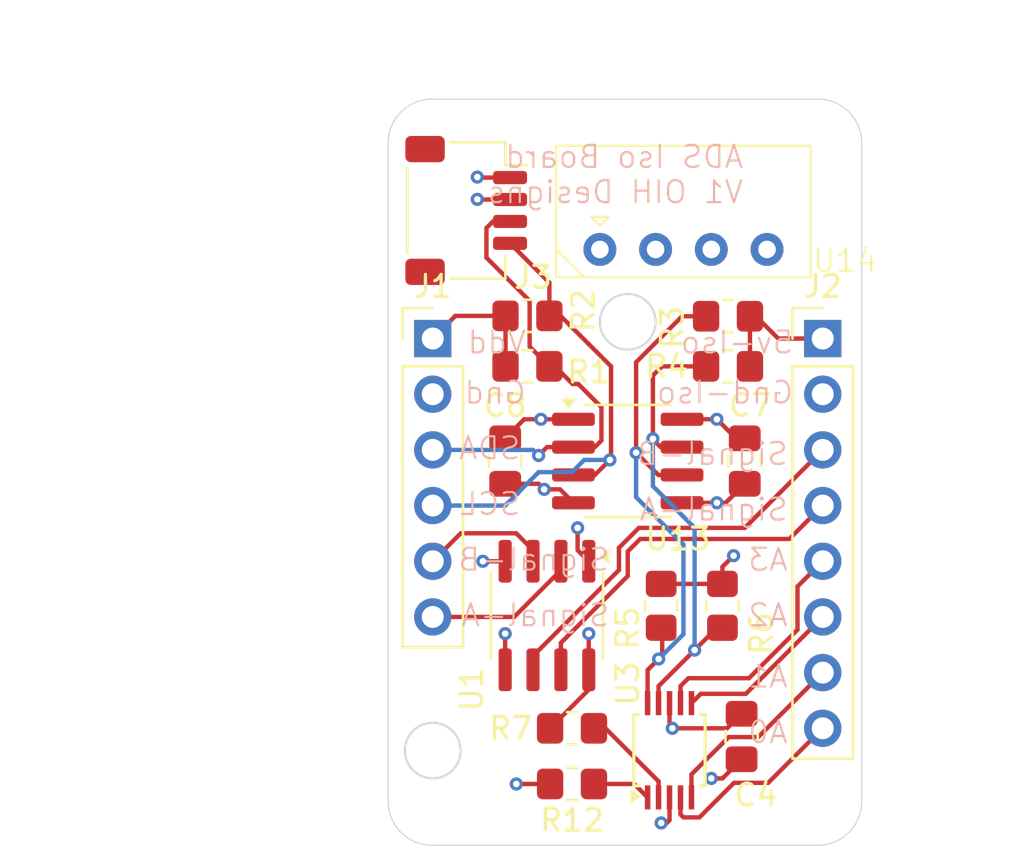
<source format=kicad_pcb>
(kicad_pcb (version 20241229) (generator "pcbnew") (generator_version "9.0")
  (layers (0 "F.Cu" signal) (4 "In1.Cu" signal) (6 "In2.Cu" signal) (2 "B.Cu" signal) (13 "F.Paste" user) (15 "B.Paste" user) (5 "F.SilkS" user "F.Silkscreen") (7 "B.SilkS" user "B.Silkscreen") (1 "F.Mask" user) (3 "B.Mask" user) (25 "Edge.Cuts" user))
  (net 0 "")
  (net 1 "Gnd-iso")
  (net 2 "5V-iso")
  (net 3 "GND")
  (net 4 "VDD")
  (net 5 "ADS_ADDR")
  (net 6 "SCL-5V")
  (net 7 "ADS_ALERT")
  (net 8 "SDA-5V")
  (net 9 "SDA")
  (net 10 "SCL")
  (net 11 "/AIN3")
  (net 12 "/AIN0")
  (net 13 "/AIN2")
  (net 14 "/AIN1")
  (net 15 "/Signal1-MCU")
  (net 16 "/Signal2-MCU")
  (net 17 "/Signal2-ISO")
  (net 18 "/Signal1-ISO")
  (footprint "Resistor_SMD:R_0805_2012Metric_Pad1.20x1.40mm_HandSolder" (layer "F.Cu") (at 133.35 69.85)
    (property "Reference" "R7" (at -2.794 0 0) (layer "F.SilkS"))
    (property "Value" "4.7K")
    (fp_line (start -0.227064 -0.735) (end 0.227064 -0.735) (stroke (width 0.12)) (layer "F.SilkS"))
    (fp_line (start -0.227064 0.735) (end 0.227064 0.735) (stroke (width 0.12)) (layer "F.SilkS"))
    (pad "1" smd roundrect (at -1 0) (size 1.2 1.4) (layers "F.Cu" "F.Mask" "F.Paste") (roundrect_rratio 0.208333) (net 2 "5V-iso"))
    (pad "2" smd roundrect (at 1 0) (size 1.2 1.4) (layers "F.Cu" "F.Mask" "F.Paste") (roundrect_rratio 0.208333) (net 7 "ADS_ALERT"))
  )
  (footprint "Resistor_SMD:R_0805_2012Metric_Pad1.20x1.40mm_HandSolder" (layer "F.Cu") (at 133.35 72.39 180)
    (property "Reference" "R12" (at 0 -1.65 0) (layer "F.SilkS"))
    (property "Value" "0")
    (fp_line (start -0.227064 0.735) (end 0.227064 0.735) (stroke (width 0.12)) (layer "F.SilkS"))
    (fp_line (start -0.227064 -0.735) (end 0.227064 -0.735) (stroke (width 0.12)) (layer "F.SilkS"))
    (pad "1" smd roundrect (at -1 0 180) (size 1.2 1.4) (layers "F.Cu" "F.Mask" "F.Paste") (roundrect_rratio 0.208333) (net 5 "ADS_ADDR"))
    (pad "2" smd roundrect (at 1 0 180) (size 1.2 1.4) (layers "F.Cu" "F.Mask" "F.Paste") (roundrect_rratio 0.208333) (net 1 "Gnd-iso"))
  )
  (footprint "Package_SO:TSSOP-10_3x3mm_P0.5mm" (layer "F.Cu") (at 137.795 70.852 90)
    (property "Reference" "U3" (at 3.034 -1.905 270) (layer "F.SilkS"))
    (property "Value" "ADS1115IDGS")
    (fp_line (start 1.625 -1.625) (end 1.625 -1.4) (stroke (width 0.15)) (layer "F.SilkS"))
    (fp_line (start -1.625 -1.625) (end 1.625 -1.625) (stroke (width 0.15)) (layer "F.SilkS"))
    (fp_line (start -1.625 -1.625) (end -1.625 -1.4) (stroke (width 0.15)) (layer "F.SilkS"))
    (fp_line (start 1.625 1.625) (end 1.625 1.4) (stroke (width 0.15)) (layer "F.SilkS"))
    (fp_line (start -1.625 1.625) (end -1.625 1.4) (stroke (width 0.15)) (layer "F.SilkS"))
    (fp_line (start -1.625 1.625) (end 1.625 1.625) (stroke (width 0.15)) (layer "F.SilkS"))
    (fp_poly (pts (xy -2.1 -1.4) (xy -2.34 -1.73) (xy -1.86 -1.73) (xy -2.1 -1.4)) (stroke (width 0.12)) (fill yes) (layer "F.SilkS"))
    (pad "1" smd rect (at -2.15 -1 90) (size 1.1 0.25) (layers "F.Cu" "F.Mask" "F.Paste") (net 5 "ADS_ADDR"))
    (pad "2" smd rect (at -2.15 -0.5 90) (size 1.1 0.25) (layers "F.Cu" "F.Mask" "F.Paste") (net 7 "ADS_ALERT"))
    (pad "3" smd rect (at -2.15 0 90) (size 1.1 0.25) (layers "F.Cu" "F.Mask" "F.Paste") (net 1 "Gnd-iso"))
    (pad "4" smd rect (at -2.15 0.5 90) (size 1.1 0.25) (layers "F.Cu" "F.Mask" "F.Paste") (net 12 "/AIN0"))
    (pad "5" smd rect (at -2.15 1 90) (size 1.1 0.25) (layers "F.Cu" "F.Mask" "F.Paste") (net 14 "/AIN1"))
    (pad "6" smd rect (at 2.15 1 90) (size 1.1 0.25) (layers "F.Cu" "F.Mask" "F.Paste") (net 13 "/AIN2"))
    (pad "7" smd rect (at 2.15 0.5 90) (size 1.1 0.25) (layers "F.Cu" "F.Mask" "F.Paste") (net 11 "/AIN3"))
    (pad "8" smd rect (at 2.15 0 90) (size 1.1 0.25) (layers "F.Cu" "F.Mask" "F.Paste") (net 2 "5V-iso"))
    (pad "9" smd rect (at 2.15 -0.5 90) (size 1.1 0.25) (layers "F.Cu" "F.Mask" "F.Paste") (net 8 "SDA-5V"))
    (pad "10" smd rect (at 2.15 -1 90) (size 1.1 0.25) (layers "F.Cu" "F.Mask" "F.Paste") (net 6 "SCL-5V"))
  )
  (footprint "Library:XP SCT01F03S05" (layer "F.Cu") (at 139.73 46.896)
    (property "Reference" "U14" (at 6.066 1.618 0) (layer "F.SilkS") (effects (font (thickness 0.1))))
    (property "Value" "RFM-0505S")
    (fp_line (start -7.1 1.11) (end -5.83 2.38) (stroke (width 0.1)) (layer "F.SilkS"))
    (fp_line (start -5.519053 -0.377577) (end -4.757053 -0.377577) (stroke (width 0.1)) (layer "F.SilkS"))
    (fp_line (start -5.112653 0.028823) (end -5.519053 -0.377577) (stroke (width 0.1)) (layer "F.SilkS"))
    (fp_line (start -5.112653 0.028823) (end -4.706253 -0.377577) (stroke (width 0.1)) (layer "F.SilkS"))
    (fp_line (start -4.757053 -0.377577) (end -4.706253 -0.377577) (stroke (width 0.1)) (layer "F.SilkS"))
    (fp_rect (start -7.1 -3.62) (end 4.5 2.38) (stroke (width 0.1)) (fill no) (layer "F.SilkS"))
    (pad "1" thru_hole circle (at -5.11 1.11) (size 1.5 1.5) (drill 0.8) (layers "*.Cu" "*.Mask") (net 3 "GND"))
    (pad "2" thru_hole circle (at -2.57 1.11) (size 1.5 1.5) (drill 0.8) (layers "*.Cu" "*.Mask") (net 4 "VDD"))
    (pad "3" thru_hole circle (at -0.03 1.11) (size 1.5 1.5) (drill 0.8) (layers "*.Cu" "*.Mask") (net 1 "Gnd-iso"))
    (pad "4" thru_hole circle (at 2.51 1.11) (size 1.5 1.5) (drill 0.8) (layers "*.Cu" "*.Mask") (net 2 "5V-iso"))
  )
  (footprint "Package_SO:SOIC-8_3.9x4.9mm_P1.27mm" (layer "F.Cu") (at 135.89 57.658)
    (property "Reference" "U13" (at 2.286 3.556 0) (layer "F.SilkS"))
    (property "Value" "ISO1540")
    (fp_line (start 0 -2.56) (end -1.95 -2.56) (stroke (width 0.12)) (layer "F.SilkS"))
    (fp_line (start 0 -2.56) (end 1.95 -2.56) (stroke (width 0.12)) (layer "F.SilkS"))
    (fp_line (start 0 2.56) (end -1.95 2.56) (stroke (width 0.12)) (layer "F.SilkS"))
    (fp_line (start 0 2.56) (end 1.95 2.56) (stroke (width 0.12)) (layer "F.SilkS"))
    (fp_poly (pts (xy -2.7 -2.465) (xy -2.94 -2.795) (xy -2.46 -2.795)) (stroke (width 0.12)) (fill yes) (layer "F.SilkS"))
    (pad "1" smd roundrect (at -2.475 -1.905) (size 1.95 0.6) (layers "F.Cu" "F.Mask" "F.Paste") (net 4 "VDD"))
    (pad "2" smd roundrect (at -2.475 -0.635) (size 1.95 0.6) (layers "F.Cu" "F.Mask" "F.Paste") (net 9 "SDA"))
    (pad "3" smd roundrect (at -2.475 0.635) (size 1.95 0.6) (layers "F.Cu" "F.Mask" "F.Paste") (net 10 "SCL"))
    (pad "4" smd roundrect (at -2.475 1.905) (size 1.95 0.6) (layers "F.Cu" "F.Mask" "F.Paste") (net 3 "GND"))
    (pad "5" smd roundrect (at 2.475 1.905) (size 1.95 0.6) (layers "F.Cu" "F.Mask" "F.Paste") (net 1 "Gnd-iso"))
    (pad "6" smd roundrect (at 2.475 0.635) (size 1.95 0.6) (layers "F.Cu" "F.Mask" "F.Paste") (net 6 "SCL-5V"))
    (pad "7" smd roundrect (at 2.475 -0.635) (size 1.95 0.6) (layers "F.Cu" "F.Mask" "F.Paste") (net 8 "SDA-5V"))
    (pad "8" smd roundrect (at 2.475 -1.905) (size 1.95 0.6) (layers "F.Cu" "F.Mask" "F.Paste") (net 2 "5V-iso"))
  )
  (footprint "Capacitor_SMD:C_0805_2012Metric_Pad1.18x1.45mm_HandSolder" (layer "F.Cu") (at 130.302 57.658 -90)
    (property "Reference" "C8" (at -2.54 0 180) (layer "F.SilkS"))
    (property "Value" "0.1uF")
    (fp_line (start -0.261252 0.735) (end 0.261252 0.735) (stroke (width 0.12)) (layer "F.SilkS"))
    (fp_line (start -0.261252 -0.735) (end 0.261252 -0.735) (stroke (width 0.12)) (layer "F.SilkS"))
    (pad "1" smd roundrect (at -1.0375 0 270) (size 1.175 1.45) (layers "F.Cu" "F.Mask" "F.Paste") (roundrect_rratio 0.212766) (net 4 "VDD"))
    (pad "2" smd roundrect (at 1.0375 0 270) (size 1.175 1.45) (layers "F.Cu" "F.Mask" "F.Paste") (roundrect_rratio 0.212766) (net 3 "GND"))
  )
  (footprint "Connector_PinHeader_2.54mm:PinHeader_1x08_P2.54mm_Vertical" (layer "F.Cu") (at 144.78 52.07)
    (property "Reference" "J2" (at 0 -2.38 0) (layer "F.SilkS"))
    (property "Value" "Screw_Terminal_01x08")
    (fp_line (start -1.38 -1.38) (end 0 -1.38) (stroke (width 0.12)) (layer "F.SilkS"))
    (fp_line (start -1.38 0) (end -1.38 -1.38) (stroke (width 0.12)) (layer "F.SilkS"))
    (fp_line (start -1.38 1.27) (end -1.38 19.16) (stroke (width 0.12)) (layer "F.SilkS"))
    (fp_line (start -1.38 1.27) (end 1.38 1.27) (stroke (width 0.12)) (layer "F.SilkS"))
    (fp_line (start -1.38 19.16) (end 1.38 19.16) (stroke (width 0.12)) (layer "F.SilkS"))
    (fp_line (start 1.38 1.27) (end 1.38 19.16) (stroke (width 0.12)) (layer "F.SilkS"))
    (pad "1" thru_hole rect (at 0 0) (size 1.7 1.7) (drill 1) (layers "*.Cu" "*.Mask") (net 2 "5V-iso"))
    (pad "2" thru_hole circle (at 0 2.54) (size 1.7 1.7) (drill 1) (layers "*.Cu" "*.Mask") (net 1 "Gnd-iso"))
    (pad "3" thru_hole circle (at 0 5.08) (size 1.7 1.7) (drill 1) (layers "*.Cu" "*.Mask") (net 17 "/Signal2-ISO"))
    (pad "4" thru_hole circle (at 0 7.62) (size 1.7 1.7) (drill 1) (layers "*.Cu" "*.Mask") (net 18 "/Signal1-ISO"))
    (pad "5" thru_hole circle (at 0 10.16) (size 1.7 1.7) (drill 1) (layers "*.Cu" "*.Mask") (net 11 "/AIN3"))
    (pad "6" thru_hole circle (at 0 12.7) (size 1.7 1.7) (drill 1) (layers "*.Cu" "*.Mask") (net 13 "/AIN2"))
    (pad "7" thru_hole circle (at 0 15.24) (size 1.7 1.7) (drill 1) (layers "*.Cu" "*.Mask") (net 14 "/AIN1"))
    (pad "8" thru_hole circle (at 0 17.78) (size 1.7 1.7) (drill 1) (layers "*.Cu" "*.Mask") (net 12 "/AIN0"))
  )
  (footprint "Capacitor_SMD:C_0805_2012Metric_Pad1.18x1.45mm_HandSolder" (layer "F.Cu") (at 141.224 57.658 -90)
    (property "Reference" "C7" (at -2.54 -0.254 180) (layer "F.SilkS"))
    (property "Value" "0.1uF")
    (fp_line (start -0.261252 0.735) (end 0.261252 0.735) (stroke (width 0.12)) (layer "F.SilkS"))
    (fp_line (start -0.261252 -0.735) (end 0.261252 -0.735) (stroke (width 0.12)) (layer "F.SilkS"))
    (pad "1" smd roundrect (at -1.0375 0 270) (size 1.175 1.45) (layers "F.Cu" "F.Mask" "F.Paste") (roundrect_rratio 0.212766) (net 2 "5V-iso"))
    (pad "2" smd roundrect (at 1.0375 0 270) (size 1.175 1.45) (layers "F.Cu" "F.Mask" "F.Paste") (roundrect_rratio 0.212766) (net 1 "Gnd-iso"))
  )
  (footprint "Connector_JST:JST_SH_SM04B-SRSS-TB_1x04-1MP_P1.00mm_Horizontal" (layer "F.Cu") (at 128.524 46.228 -90)
    (property "Reference" "J3" (at 3.048 -3.048 180) (layer "F.SilkS"))
    (property "Value" "Conn_01x04_MountingPin")
    (fp_line (start -1.94 2.685) (end 1.94 2.685) (stroke (width 0.12)) (layer "F.SilkS"))
    (fp_line (start -3.11 0.715) (end -3.11 -1.785) (stroke (width 0.12)) (layer "F.SilkS"))
    (fp_line (start 3.11 0.715) (end 3.11 -1.785) (stroke (width 0.12)) (layer "F.SilkS"))
    (fp_line (start -3.11 -1.785) (end -2.06 -1.785) (stroke (width 0.12)) (layer "F.SilkS"))
    (fp_line (start -2.06 -1.785) (end -2.06 -2.775) (stroke (width 0.12)) (layer "F.SilkS"))
    (fp_line (start 3.11 -1.785) (end 2.06 -1.785) (stroke (width 0.12)) (layer "F.SilkS"))
    (pad "1" smd roundrect (at -1.5 -2 270) (size 0.6 1.55) (layers "F.Cu" "F.Mask" "F.Paste") (net 3 "GND"))
    (pad "2" smd roundrect (at -0.5 -2 270) (size 0.6 1.55) (layers "F.Cu" "F.Mask" "F.Paste") (net 4 "VDD"))
    (pad "3" smd roundrect (at 0.5 -2 270) (size 0.6 1.55) (layers "F.Cu" "F.Mask" "F.Paste") (net 9 "SDA"))
    (pad "4" smd roundrect (at 1.5 -2 270) (size 0.6 1.55) (layers "F.Cu" "F.Mask" "F.Paste") (net 10 "SCL"))
    (pad "MP" smd roundrect (at -2.8 1.875 270) (size 1.2 1.8) (layers "F.Cu" "F.Mask" "F.Paste") (roundrect_rratio 0.208333))
    (pad "MP" smd roundrect (at 2.8 1.875 270) (size 1.2 1.8) (layers "F.Cu" "F.Mask" "F.Paste") (roundrect_rratio 0.208333))
  )
  (footprint "Capacitor_SMD:C_0805_2012Metric_Pad1.18x1.45mm_HandSolder" (layer "F.Cu") (at 141.081 70.226 90)
    (property "Reference" "C4" (at -2.672 0.651 180) (layer "F.SilkS"))
    (property "Value" "0.1uF")
    (fp_line (start -0.261252 -0.735) (end 0.261252 -0.735) (stroke (width 0.12)) (layer "F.SilkS"))
    (fp_line (start -0.261252 0.735) (end 0.261252 0.735) (stroke (width 0.12)) (layer "F.SilkS"))
    (pad "1" smd roundrect (at -1.0375 0 90) (size 1.175 1.45) (layers "F.Cu" "F.Mask" "F.Paste") (roundrect_rratio 0.212766) (net 1 "Gnd-iso"))
    (pad "2" smd roundrect (at 1.0375 0 90) (size 1.175 1.45) (layers "F.Cu" "F.Mask" "F.Paste") (roundrect_rratio 0.212766) (net 2 "5V-iso"))
  )
  (footprint "Resistor_SMD:R_0805_2012Metric_Pad1.20x1.40mm_HandSolder" (layer "F.Cu") (at 131.318 53.34)
    (property "Reference" "R1" (at 2.794 0.254 0) (layer "F.SilkS"))
    (property "Value" "4.7K")
    (fp_line (start -0.227064 -0.735) (end 0.227064 -0.735) (stroke (width 0.12)) (layer "F.SilkS"))
    (fp_line (start -0.227064 0.735) (end 0.227064 0.735) (stroke (width 0.12)) (layer "F.SilkS"))
    (pad "1" smd roundrect (at -1 0) (size 1.2 1.4) (layers "F.Cu" "F.Mask" "F.Paste") (roundrect_rratio 0.208333) (net 4 "VDD"))
    (pad "2" smd roundrect (at 1 0) (size 1.2 1.4) (layers "F.Cu" "F.Mask" "F.Paste") (roundrect_rratio 0.208333) (net 9 "SDA"))
  )
  (footprint "Resistor_SMD:R_0805_2012Metric_Pad1.20x1.40mm_HandSolder" (layer "F.Cu") (at 140.462 51.054 180)
    (property "Reference" "R3" (at 2.54 -0.508 90) (layer "F.SilkS"))
    (property "Value" "4.7K")
    (fp_line (start -0.227064 0.735) (end 0.227064 0.735) (stroke (width 0.12)) (layer "F.SilkS"))
    (fp_line (start -0.227064 -0.735) (end 0.227064 -0.735) (stroke (width 0.12)) (layer "F.SilkS"))
    (pad "1" smd roundrect (at -1 0 180) (size 1.2 1.4) (layers "F.Cu" "F.Mask" "F.Paste") (roundrect_rratio 0.208333) (net 2 "5V-iso"))
    (pad "2" smd roundrect (at 1 0 180) (size 1.2 1.4) (layers "F.Cu" "F.Mask" "F.Paste") (roundrect_rratio 0.208333) (net 6 "SCL-5V"))
  )
  (footprint "Resistor_SMD:R_0805_2012Metric_Pad1.20x1.40mm_HandSolder" (layer "F.Cu") (at 140.208 64.262 -90)
    (property "Reference" "R6" (at 1.27 -1.778 90) (layer "F.SilkS"))
    (property "Value" "4.7K")
    (fp_line (start -0.227064 0.735) (end 0.227064 0.735) (stroke (width 0.12)) (layer "F.SilkS"))
    (fp_line (start -0.227064 -0.735) (end 0.227064 -0.735) (stroke (width 0.12)) (layer "F.SilkS"))
    (pad "1" smd roundrect (at -1 0 270) (size 1.2 1.4) (layers "F.Cu" "F.Mask" "F.Paste") (roundrect_rratio 0.208333) (net 2 "5V-iso"))
    (pad "2" smd roundrect (at 1 0 270) (size 1.2 1.4) (layers "F.Cu" "F.Mask" "F.Paste") (roundrect_rratio 0.208333) (net 8 "SDA-5V"))
  )
  (footprint "Resistor_SMD:R_0805_2012Metric_Pad1.20x1.40mm_HandSolder" (layer "F.Cu") (at 140.462 53.34 180)
    (property "Reference" "R4" (at 2.794 0 0) (layer "F.SilkS"))
    (property "Value" "4.7K")
    (fp_line (start -0.227064 0.735) (end 0.227064 0.735) (stroke (width 0.12)) (layer "F.SilkS"))
    (fp_line (start -0.227064 -0.735) (end 0.227064 -0.735) (stroke (width 0.12)) (layer "F.SilkS"))
    (pad "1" smd roundrect (at -1 0 180) (size 1.2 1.4) (layers "F.Cu" "F.Mask" "F.Paste") (roundrect_rratio 0.208333) (net 2 "5V-iso"))
    (pad "2" smd roundrect (at 1 0 180) (size 1.2 1.4) (layers "F.Cu" "F.Mask" "F.Paste") (roundrect_rratio 0.208333) (net 8 "SDA-5V"))
  )
  (footprint "Connector_PinHeader_2.54mm:PinHeader_1x06_P2.54mm_Vertical" (layer "F.Cu") (at 127 52.07)
    (property "Reference" "J1" (at 0 -2.38 0) (layer "F.SilkS"))
    (property "Value" "Screw_Terminal_01x06")
    (fp_line (start -1.38 -1.38) (end 0 -1.38) (stroke (width 0.12)) (layer "F.SilkS"))
    (fp_line (start -1.38 0) (end -1.38 -1.38) (stroke (width 0.12)) (layer "F.SilkS"))
    (fp_line (start -1.38 1.27) (end -1.38 14.08) (stroke (width 0.12)) (layer "F.SilkS"))
    (fp_line (start -1.38 1.27) (end 1.38 1.27) (stroke (width 0.12)) (layer "F.SilkS"))
    (fp_line (start -1.38 14.08) (end 1.38 14.08) (stroke (width 0.12)) (layer "F.SilkS"))
    (fp_line (start 1.38 1.27) (end 1.38 14.08) (stroke (width 0.12)) (layer "F.SilkS"))
    (pad "1" thru_hole rect (at 0 0) (size 1.7 1.7) (drill 1) (layers "*.Cu" "*.Mask") (net 4 "VDD"))
    (pad "2" thru_hole circle (at 0 2.54) (size 1.7 1.7) (drill 1) (layers "*.Cu" "*.Mask") (net 3 "GND"))
    (pad "3" thru_hole circle (at 0 5.08) (size 1.7 1.7) (drill 1) (layers "*.Cu" "*.Mask") (net 9 "SDA"))
    (pad "4" thru_hole circle (at 0 7.62) (size 1.7 1.7) (drill 1) (layers "*.Cu" "*.Mask") (net 10 "SCL"))
    (pad "5" thru_hole circle (at 0 10.16) (size 1.7 1.7) (drill 1) (layers "*.Cu" "*.Mask") (net 16 "/Signal2-MCU"))
    (pad "6" thru_hole circle (at 0 12.7) (size 1.7 1.7) (drill 1) (layers "*.Cu" "*.Mask") (net 15 "/Signal1-MCU"))
  )
  (footprint "Resistor_SMD:R_0805_2012Metric_Pad1.20x1.40mm_HandSolder" (layer "F.Cu") (at 137.414 64.262 -90)
    (property "Reference" "R5" (at 1.016 1.524 90) (layer "F.SilkS"))
    (property "Value" "4.7K")
    (fp_line (start -0.227064 0.735) (end 0.227064 0.735) (stroke (width 0.12)) (layer "F.SilkS"))
    (fp_line (start -0.227064 -0.735) (end 0.227064 -0.735) (stroke (width 0.12)) (layer "F.SilkS"))
    (pad "1" smd roundrect (at -1 0 270) (size 1.2 1.4) (layers "F.Cu" "F.Mask" "F.Paste") (roundrect_rratio 0.208333) (net 2 "5V-iso"))
    (pad "2" smd roundrect (at 1 0 270) (size 1.2 1.4) (layers "F.Cu" "F.Mask" "F.Paste") (roundrect_rratio 0.208333) (net 6 "SCL-5V"))
  )
  (footprint "Resistor_SMD:R_0805_2012Metric_Pad1.20x1.40mm_HandSolder" (layer "F.Cu") (at 131.318 51.036)
    (property "Reference" "R2" (at 2.54 -0.236 90) (layer "F.SilkS"))
    (property "Value" "4.7K")
    (fp_line (start -0.227064 -0.735) (end 0.227064 -0.735) (stroke (width 0.12)) (layer "F.SilkS"))
    (fp_line (start -0.227064 0.735) (end 0.227064 0.735) (stroke (width 0.12)) (layer "F.SilkS"))
    (pad "1" smd roundrect (at -1 0) (size 1.2 1.4) (layers "F.Cu" "F.Mask" "F.Paste") (roundrect_rratio 0.208333) (net 4 "VDD"))
    (pad "2" smd roundrect (at 1 0) (size 1.2 1.4) (layers "F.Cu" "F.Mask" "F.Paste") (roundrect_rratio 0.208333) (net 10 "SCL"))
  )
  (footprint "Package_SO:SOIC-8_3.9x4.9mm_P1.27mm" (layer "F.Cu") (at 132.207 64.705 -90)
    (property "Reference" "U1" (at 3.367 3.429 90) (layer "F.SilkS"))
    (property "Value" "ADuM1200AR")
    (fp_line (start 0 2.56) (end -1.95 2.56) (stroke (width 0.12)) (layer "F.SilkS"))
    (fp_line (start 0 2.56) (end 1.95 2.56) (stroke (width 0.12)) (layer "F.SilkS"))
    (fp_line (start 0 -2.56) (end -1.95 -2.56) (stroke (width 0.12)) (layer "F.SilkS"))
    (fp_line (start 0 -2.56) (end 1.95 -2.56) (stroke (width 0.12)) (layer "F.SilkS"))
    (fp_poly (pts (xy -2.7 -2.465) (xy -2.94 -2.795) (xy -2.46 -2.795)) (stroke (width 0.12)) (fill yes) (layer "F.SilkS"))
    (pad "1" smd roundrect (at -2.475 -1.905 270) (size 1.95 0.6) (layers "F.Cu" "F.Mask" "F.Paste") (net 4 "VDD"))
    (pad "2" smd roundrect (at -2.475 -0.635 270) (size 1.95 0.6) (layers "F.Cu" "F.Mask" "F.Paste") (net 15 "/Signal1-MCU"))
    (pad "3" smd roundrect (at -2.475 0.635 270) (size 1.95 0.6) (layers "F.Cu" "F.Mask" "F.Paste") (net 16 "/Signal2-MCU"))
    (pad "4" smd roundrect (at -2.475 1.905 270) (size 1.95 0.6) (layers "F.Cu" "F.Mask" "F.Paste") (net 3 "GND"))
    (pad "5" smd roundrect (at 2.475 1.905 270) (size 1.95 0.6) (layers "F.Cu" "F.Mask" "F.Paste") (net 1 "Gnd-iso"))
    (pad "6" smd roundrect (at 2.475 0.635 270) (size 1.95 0.6) (layers "F.Cu" "F.Mask" "F.Paste") (net 17 "/Signal2-ISO"))
    (pad "7" smd roundrect (at 2.475 -0.635 270) (size 1.95 0.6) (layers "F.Cu" "F.Mask" "F.Paste") (net 18 "/Signal1-ISO"))
    (pad "8" smd roundrect (at 2.475 -1.905 270) (size 1.95 0.6) (layers "F.Cu" "F.Mask" "F.Paste") (net 2 "5V-iso"))
  )
  (gr_line (start 146.558 43.148) (end 146.558 73.184) (stroke (width 0.05)) (layer "Edge.Cuts"))
  (gr_line (start 126.968 41.148) (end 144.558 41.148) (stroke (width 0.05)) (layer "Edge.Cuts"))
  (gr_circle (center 135.89 51.308) (end 137.16 51.308) (stroke (width 0.1)) (fill no) (layer "Edge.Cuts"))
  (gr_arc (start 126.968 75.184) (mid 125.553786 74.598214) (end 124.968 73.184) (stroke (width 0.05)) (layer "Edge.Cuts"))
  (gr_circle (center 127 70.866) (end 128.27 70.866) (stroke (width 0.1)) (fill no) (layer "Edge.Cuts"))
  (gr_arc (start 144.558 41.148) (mid 145.972214 41.733786) (end 146.558 43.148) (stroke (width 0.05)) (layer "Edge.Cuts"))
  (gr_line (start 124.968 73.184) (end 124.968 43.148) (stroke (width 0.05)) (layer "Edge.Cuts"))
  (gr_arc (start 124.968 43.148) (mid 125.553786 41.733786) (end 126.968 41.148) (stroke (width 0.05)) (layer "Edge.Cuts"))
  (gr_line (start 144.558 75.184) (end 126.968 75.184) (stroke (width 0.05)) (layer "Edge.Cuts"))
  (gr_arc (start 146.558 73.184) (mid 145.972214 74.598214) (end 144.558 75.184) (stroke (width 0.05)) (layer "Edge.Cuts"))
  (gr_text "SDA" (at 131.064 57.658 0) (layer "B.SilkS") (effects (font (size 1 1) (thickness 0.1)) (justify left bottom mirror)))
  (gr_text "Signal-A" (at 135.128 65.278 0) (layer "B.SilkS") (effects (font (size 1 1) (thickness 0.1)) (justify left bottom mirror)))
  (gr_text "A1" (at 143.256 68.072 0) (layer "B.SilkS") (effects (font (size 1 1) (thickness 0.1)) (justify left bottom mirror)))
  (gr_text "A3" (at 143.256 62.738 0) (layer "B.SilkS") (effects (font (size 1 1) (thickness 0.1)) (justify left bottom mirror)))
  (gr_text "ADS Iso Board\nV1 OIH Designs" (at 141.224 45.974 0) (layer "B.SilkS") (effects (font (size 1 1) (thickness 0.1)) (justify left bottom mirror)))
  (gr_text "Gnd-Iso" (at 143.51 55.118 0) (layer "B.SilkS") (effects (font (size 1 1) (thickness 0.1)) (justify left bottom mirror)))
  (gr_text "SCL" (at 131.064 60.198 0) (layer "B.SilkS") (effects (font (size 1 1) (thickness 0.1)) (justify left bottom mirror)))
  (gr_text "5v-Iso" (at 143.51 52.832 0) (layer "B.SilkS") (effects (font (size 1 1) (thickness 0.1)) (justify left bottom mirror)))
  (gr_text "A2" (at 143.256 65.278 0) (layer "B.SilkS") (effects (font (size 1 1) (thickness 0.1)) (justify left bottom mirror)))
  (gr_text "Vdd" (at 131.318 52.832 0) (layer "B.SilkS") (effects (font (size 1 1) (thickness 0.1)) (justify left bottom mirror)))
  (gr_text "Signal-A" (at 143.256 60.452 0) (layer "B.SilkS") (effects (font (size 1 1) (thickness 0.1)) (justify left bottom mirror)))
  (gr_text "Signal-B" (at 143.256 57.912 0) (layer "B.SilkS") (effects (font (size 1 1) (thickness 0.1)) (justify left bottom mirror)))
  (gr_text "A0" (at 143.256 70.612 0) (layer "B.SilkS") (effects (font (size 1 1) (thickness 0.1)) (justify left bottom mirror)))
  (gr_text "Gnd" (at 131.318 55.118 0) (layer "B.SilkS") (effects (font (size 1 1) (thickness 0.1)) (justify left bottom mirror)))
  (gr_text "Signal-B" (at 135.128 62.738 0) (layer "B.SilkS") (effects (font (size 1 1) (thickness 0.1)) (justify left bottom mirror)))
  (segment (start 139.954 59.563) (end 140.3565 59.563) (width 0.2) (layer "F.Cu") (net 1))
  (segment (start 137.795 74.041) (end 137.795 73.002) (width 0.2) (layer "F.Cu") (net 1))
  (segment (start 138.365 59.563) (end 139.954 59.563) (width 0.2) (layer "F.Cu") (net 1))
  (segment (start 140.3565 59.563) (end 141.224 58.6955) (width 0.2) (layer "F.Cu") (net 1))
  (segment (start 132.35 72.39) (end 130.81 72.39) (width 0.2) (layer "F.Cu") (net 1))
  (segment (start 137.414 74.168) (end 137.668 74.168) (width 0.2) (layer "F.Cu") (net 1))
  (segment (start 130.302 67.18) (end 130.302 65.532) (width 0.2) (layer "F.Cu") (net 1))
  (segment (start 140.2085 72.136) (end 141.081 71.2635) (width 0.2) (layer "F.Cu") (net 1))
  (segment (start 139.7 72.136) (end 140.2085 72.136) (width 0.2) (layer "F.Cu") (net 1))
  (segment (start 137.668 74.168) (end 137.795 74.041) (width 0.2) (layer "F.Cu") (net 1))
  (via (at 130.81 72.39) (size 0.6) (drill 0.3) (layers "F.Cu" "B.Cu") (net 1))
  (via (at 130.302 65.532) (size 0.6) (drill 0.3) (layers "F.Cu" "B.Cu") (net 1))
  (via (at 139.7 72.136) (size 0.6) (drill 0.3) (layers "F.Cu" "B.Cu") (net 1))
  (via (at 139.954 59.563) (size 0.6) (drill 0.3) (layers "F.Cu" "B.Cu") (net 1))
  (via (at 137.414 74.168) (size 0.6) (drill 0.3) (layers "F.Cu" "B.Cu") (net 1))
  (segment (start 139.954 55.753) (end 140.8215 56.6205) (width 0.2) (layer "F.Cu") (net 2))
  (segment (start 142.748 52.07) (end 144.78 52.07) (width 0.2) (layer "F.Cu") (net 2))
  (segment (start 137.795 69.723) (end 137.922 69.85) (width 0.2) (layer "F.Cu") (net 2))
  (segment (start 140.4195 69.85) (end 137.922 69.85) (width 0.2) (layer "F.Cu") (net 2))
  (segment (start 141.081 69.1885) (end 140.4195 69.85) (width 0.2) (layer "F.Cu") (net 2))
  (segment (start 141.462 51.054) (end 141.462 53.34) (width 0.2) (layer "F.Cu") (net 2))
  (segment (start 138.365 55.753) (end 139.954 55.753) (width 0.2) (layer "F.Cu") (net 2))
  (segment (start 140.208 63.262) (end 140.208 62.484) (width 0.2) (layer "F.Cu") (net 2))
  (segment (start 141.462 51.054) (end 141.732 51.054) (width 0.2) (layer "F.Cu") (net 2))
  (segment (start 137.414 63.262) (end 140.208 63.262) (width 0.2) (layer "F.Cu") (net 2))
  (segment (start 134.112 67.18) (end 134.112 65.532) (width 0.2) (layer "F.Cu") (net 2))
  (segment (start 132.35 69.85) (end 134.112 68.088) (width 0.2) (layer "F.Cu") (net 2))
  (segment (start 140.8215 56.6205) (end 141.224 56.6205) (width 0.2) (layer "F.Cu") (net 2))
  (segment (start 137.795 68.702) (end 137.795 69.723) (width 0.2) (layer "F.Cu") (net 2))
  (segment (start 141.732 51.054) (end 142.748 52.07) (width 0.2) (layer "F.Cu") (net 2))
  (segment (start 140.208 62.484) (end 140.716 61.976) (width 0.2) (layer "F.Cu") (net 2))
  (segment (start 134.112 68.088) (end 134.112 67.18) (width 0.2) (layer "F.Cu") (net 2))
  (via (at 137.922 69.85) (size 0.6) (drill 0.3) (layers "F.Cu" "B.Cu") (net 2))
  (via (at 134.112 65.532) (size 0.6) (drill 0.3) (layers "F.Cu" "B.Cu") (net 2))
  (via (at 140.716 61.976) (size 0.6) (drill 0.3) (layers "F.Cu" "B.Cu") (net 2))
  (via (at 139.954 55.753) (size 0.6) (drill 0.3) (layers "F.Cu" "B.Cu") (net 2))
  (segment (start 132.8015 58.9495) (end 133.415 59.563) (width 0.2) (layer "F.Cu") (net 3))
  (segment (start 129.056 44.728) (end 129.032 44.704) (width 0.2) (layer "F.Cu") (net 3))
  (segment (start 132.08 58.9495) (end 132.8015 58.9495) (width 0.2) (layer "F.Cu") (net 3))
  (segment (start 130.524 44.728) (end 129.056 44.728) (width 0.2) (layer "F.Cu") (net 3))
  (segment (start 130.302 58.6955) (end 131.826 58.6955) (width 0.2) (layer "F.Cu") (net 3))
  (segment (start 130.302 62.23) (end 129.286 62.23) (width 0.2) (layer "F.Cu") (net 3))
  (segment (start 131.826 58.6955) (end 132.08 58.9495) (width 0.2) (layer "F.Cu") (net 3))
  (via (at 129.032 44.704) (size 0.6) (drill 0.3) (layers "F.Cu" "B.Cu") (net 3))
  (via (at 132.08 58.9495) (size 0.6) (drill 0.3) (layers "F.Cu" "B.Cu") (net 3))
  (via (at 129.286 62.23) (size 0.6) (drill 0.3) (layers "F.Cu" "B.Cu") (net 3))
  (segment (start 128.034 51.036) (end 127 52.07) (width 0.2) (layer "F.Cu") (net 4))
  (segment (start 129.04 45.728) (end 129.032 45.72) (width 0.2) (layer "F.Cu") (net 4))
  (segment (start 131.1695 55.753) (end 130.302 56.6205) (width 0.2) (layer "F.Cu") (net 4))
  (segment (start 130.318 51.036) (end 128.034 51.036) (width 0.2) (layer "F.Cu") (net 4))
  (segment (start 133.604 61.722) (end 133.604 60.706) (width 0.2) (layer "F.Cu") (net 4))
  (segment (start 130.318 51.036) (end 130.318 53.086) (width 0.2) (layer "F.Cu") (net 4))
  (segment (start 131.9315 55.753) (end 131.1695 55.753) (width 0.2) (layer "F.Cu") (net 4))
  (segment (start 134.112 62.23) (end 133.604 61.722) (width 0.2) (layer "F.Cu") (net 4))
  (segment (start 130.524 45.728) (end 129.04 45.728) (width 0.2) (layer "F.Cu") (net 4))
  (segment (start 133.415 55.753) (end 131.9315 55.753) (width 0.2) (layer "F.Cu") (net 4))
  (via (at 133.604 60.706) (size 0.6) (drill 0.3) (layers "F.Cu" "B.Cu") (net 4))
  (via (at 131.9315 55.753) (size 0.6) (drill 0.3) (layers "F.Cu" "B.Cu") (net 4))
  (via (at 129.032 45.72) (size 0.6) (drill 0.3) (layers "F.Cu" "B.Cu") (net 4))
  (segment (start 136.183 72.39) (end 134.35 72.39) (width 0.2) (layer "F.Cu") (net 5))
  (segment (start 136.795 73.002) (end 136.183 72.39) (width 0.2) (layer "F.Cu") (net 5))
  (segment (start 136.271 53.152) (end 136.271 57.277) (width 0.2) (layer "F.Cu") (net 6))
  (segment (start 136.795 68.702) (end 136.795 67.1921) (width 0.2) (layer "F.Cu") (net 6))
  (segment (start 136.795 67.1921) (end 137.29955 66.68755) (width 0.2) (layer "F.Cu") (net 6))
  (segment (start 137.461 66.5261) (end 137.461 65.309) (width 0.2) (layer "F.Cu") (net 6))
  (segment (start 137.287 58.293) (end 138.365 58.293) (width 0.2) (layer "F.Cu") (net 6))
  (segment (start 137.29955 66.68755) (end 137.461 66.5261) (width 0.2) (layer "F.Cu") (net 6))
  (segment (start 136.271 57.277) (end 137.287 58.293) (width 0.2) (layer "F.Cu") (net 6))
  (segment (start 137.461 65.309) (end 137.414 65.262) (width 0.2) (layer "F.Cu") (net 6))
  (segment (start 139.462 51.054) (end 138.369 51.054) (width 0.2) (layer "F.Cu") (net 6))
  (segment (start 138.369 51.054) (end 136.271 53.152) (width 0.2) (layer "F.Cu") (net 6))
  (via (at 136.271 57.277) (size 0.6) (drill 0.3) (layers "F.Cu" "B.Cu") (net 6))
  (via (at 137.29955 66.68755) (size 0.6) (drill 0.3) (layers "F.Cu" "B.Cu") (net 6))
  (segment (start 138.43 65.5571) (end 137.29955 66.68755) (width 0.2) (layer "B.Cu") (net 6))
  (segment (start 136.271 59.309) (end 138.43 61.468) (width 0.2) (layer "B.Cu") (net 6))
  (segment (start 136.271 57.277) (end 136.271 59.309) (width 0.2) (layer "B.Cu") (net 6))
  (segment (start 138.43 61.468) (end 138.43 65.5571) (width 0.2) (layer "B.Cu") (net 6))
  (segment (start 137.295 72.271) (end 134.874 69.85) (width 0.2) (layer "F.Cu") (net 7))
  (segment (start 134.874 69.85) (end 134.35 69.85) (width 0.2) (layer "F.Cu") (net 7))
  (segment (start 137.295 73.002) (end 137.295 72.271) (width 0.2) (layer "F.Cu") (net 7))
  (segment (start 137.037 56.642) (end 137.037 53.756) (width 0.2) (layer "F.Cu") (net 8))
  (segment (start 137.037 56.669999) (end 137.037 56.642) (width 0.2) (layer "F.Cu") (net 8))
  (segment (start 137.390001 57.023) (end 137.037 56.669999) (width 0.2) (layer "F.Cu") (net 8))
  (segment (start 138.365 57.023) (end 137.390001 57.023) (width 0.2) (layer "F.Cu") (net 8))
  (segment (start 137.295 67.925) (end 137.295 68.702) (width 0.2) (layer "F.Cu") (net 8))
  (segment (start 137.037 53.756) (end 137.453 53.34) (width 0.2) (layer "F.Cu") (net 8))
  (segment (start 138.938 66.282) (end 139.958 65.262) (width 0.2) (layer "F.Cu") (net 8))
  (segment (start 138.938 66.282) (end 137.295 67.925) (width 0.2) (layer "F.Cu") (net 8))
  (segment (start 139.958 65.262) (end 140.208 65.262) (width 0.2) (layer "F.Cu") (net 8))
  (segment (start 137.453 53.34) (end 139.462 53.34) (width 0.2) (layer "F.Cu") (net 8))
  (via (at 137.037 56.642) (size 0.6) (drill 0.3) (layers "F.Cu" "B.Cu") (net 8))
  (via (at 138.938 66.282) (size 0.6) (drill 0.3) (layers "F.Cu" "B.Cu") (net 8))
  (segment (start 137.037 58.805) (end 137.037 56.642) (width 0.2) (layer "B.Cu") (net 8))
  (segment (start 138.938 66.282) (end 138.938 60.706) (width 0.2) (layer "B.Cu") (net 8))
  (segment (start 138.938 60.706) (end 137.037 58.805) (width 0.2) (layer "B.Cu") (net 8))
  (segment (start 132.318 53.34) (end 131.417 52.439) (width 0.2) (layer "F.Cu") (net 9))
  (segment (start 133.415 57.023) (end 132.207 57.023) (width 0.2) (layer "F.Cu") (net 9))
  (segment (start 129.749001 46.728) (end 130.524 46.728) (width 0.2) (layer "F.Cu") (net 9))
  (segment (start 131.417 50.35084) (end 129.448 48.38184) (width 0.2) (layer "F.Cu") (net 9))
  (segment (start 132.207 57.023) (end 131.826 57.404) (width 0.2) (layer "F.Cu") (net 9))
  (segment (start 134.691 55.1999) (end 134.691 56.721999) (width 0.2) (layer "F.Cu") (net 9))
  (segment (start 133.631 54.1399) (end 134.691 55.1999) (width 0.2) (layer "F.Cu") (net 9))
  (segment (start 134.691 56.721999) (end 134.389999 57.023) (width 0.2) (layer "F.Cu") (net 9))
  (segment (start 129.448 47.029001) (end 129.749001 46.728) (width 0.2) (layer "F.Cu") (net 9))
  (segment (start 129.448 48.38184) (end 129.448 47.029001) (width 0.2) (layer "F.Cu") (net 9))
  (segment (start 131.417 52.439) (end 131.417 50.35084) (width 0.2) (layer "F.Cu") (net 9))
  (segment (start 134.389999 57.023) (end 133.415 57.023) (width 0.2) (layer "F.Cu") (net 9))
  (segment (start 132.318 53.086) (end 133.3719 54.1399) (width 0.2) (layer "F.Cu") (net 9))
  (segment (start 133.3719 54.1399) (end 133.631 54.1399) (width 0.2) (layer "F.Cu") (net 9))
  (via (at 131.826 57.404) (size 0.6) (drill 0.3) (layers "F.Cu" "B.Cu") (net 9))
  (segment (start 127 57.15) (end 131.572 57.15) (width 0.2) (layer "B.Cu") (net 9))
  (segment (start 131.572 57.15) (end 131.826 57.404) (width 0.2) (layer "B.Cu") (net 9))
  (segment (start 132.318 49.522) (end 130.524 47.728) (width 0.2) (layer "F.Cu") (net 10))
  (segment (start 132.318 51.036) (end 132.318 49.522) (width 0.2) (layer "F.Cu") (net 10))
  (segment (start 135.128 57.554998) (end 135.076499 57.606499) (width 0.2) (layer "F.Cu") (net 10))
  (segment (start 135.076499 57.606499) (end 134.389999 58.293) (width 0.2) (layer "F.Cu") (net 10))
  (segment (start 134.389999 58.293) (end 133.415 58.293) (width 0.2) (layer "F.Cu") (net 10))
  (segment (start 135.128 53.34) (end 135.128 57.554998) (width 0.2) (layer "F.Cu") (net 10))
  (segment (start 135.128 53.34) (end 132.824 51.036) (width 0.2) (layer "F.Cu") (net 10))
  (via (at 135.076499 57.606499) (size 0.6) (drill 0.3) (layers "F.Cu" "B.Cu") (net 10))
  (segment (start 133.35 58.166) (end 133.909501 57.606499) (width 0.2) (layer "B.Cu") (net 10))
  (segment (start 133.909501 57.606499) (end 135.076499 57.606499) (width 0.2) (layer "B.Cu") (net 10))
  (segment (start 131.826 58.166) (end 133.35 58.166) (width 0.2) (layer "B.Cu") (net 10))
  (segment (start 127 59.69) (end 130.302 59.69) (width 0.2) (layer "B.Cu") (net 10))
  (segment (start 130.302 59.69) (end 131.826 58.166) (width 0.2) (layer "B.Cu") (net 10))
  (segment (start 138.295 67.925) (end 138.656 67.564) (width 0.2) (layer "F.Cu") (net 11))
  (segment (start 141.4189 67.564) (end 143.629 65.3539) (width 0.2) (layer "F.Cu") (net 11))
  (segment (start 143.629 65.3539) (end 143.629 63.381) (width 0.2) (layer "F.Cu") (net 11))
  (segment (start 138.656 67.564) (end 141.4189 67.564) (width 0.2) (layer "F.Cu") (net 11))
  (segment (start 138.295 68.702) (end 138.295 67.925) (width 0.2) (layer "F.Cu") (net 11))
  (segment (start 143.629 63.381) (end 144.78 62.23) (width 0.2) (layer "F.Cu") (net 11))
  (segment (start 139.158261 73.914) (end 140.735261 72.337) (width 0.2) (layer "F.Cu") (net 12))
  (segment (start 138.295 73.002) (end 138.295 73.779) (width 0.2) (layer "F.Cu") (net 12))
  (segment (start 138.43 73.914) (end 139.158261 73.914) (width 0.2) (layer "F.Cu") (net 12))
  (segment (start 138.295 73.779) (end 138.43 73.914) (width 0.2) (layer "F.Cu") (net 12))
  (segment (start 142.293 72.337) (end 144.78 69.85) (width 0.2) (layer "F.Cu") (net 12))
  (segment (start 140.735261 72.337) (end 142.293 72.337) (width 0.2) (layer "F.Cu") (net 12))
  (segment (start 138.795 68.702) (end 139.22 68.277) (width 0.2) (layer "F.Cu") (net 13))
  (segment (start 141.273 68.277) (end 144.78 64.77) (width 0.2) (layer "F.Cu") (net 13))
  (segment (start 139.22 68.277) (end 141.273 68.277) (width 0.2) (layer "F.Cu") (net 13))
  (segment (start 140.49484 70.251) (end 141.839 70.251) (width 0.2) (layer "F.Cu") (net 14))
  (segment (start 138.795 71.95084) (end 140.49484 70.251) (width 0.2) (layer "F.Cu") (net 14))
  (segment (start 141.839 70.251) (end 144.78 67.31) (width 0.2) (layer "F.Cu") (net 14))
  (segment (start 138.795 73.002) (end 138.795 71.95084) (width 0.2) (layer "F.Cu") (net 14))
  (segment (start 130.711943 64.77) (end 127 64.77) (width 0.2) (layer "F.Cu") (net 15))
  (segment (start 132.842 62.639943) (end 130.711943 64.77) (width 0.2) (layer "F.Cu") (net 15))
  (segment (start 132.842 62.23) (end 132.842 62.639943) (width 0.2) (layer "F.Cu") (net 15))
  (segment (start 130.804 60.954) (end 131.572 61.722) (width 0.2) (layer "F.Cu") (net 16))
  (segment (start 128.276 60.954) (end 130.804 60.954) (width 0.2) (layer "F.Cu") (net 16))
  (segment (start 127 62.23) (end 128.276 60.954) (width 0.2) (layer "F.Cu") (net 16))
  (segment (start 131.572 61.722) (end 131.572 62.23) (width 0.2) (layer "F.Cu") (net 16))
  (segment (start 135.489 61.615) (end 136.398 60.706) (width 0.2) (layer "F.Cu") (net 17))
  (segment (start 141.224 60.706) (end 144.78 57.15) (width 0.2) (layer "F.Cu") (net 17))
  (segment (start 131.572 67.18) (end 131.572 66.548) (width 0.2) (layer "F.Cu") (net 17))
  (segment (start 136.398 60.706) (end 141.224 60.706) (width 0.2) (layer "F.Cu") (net 17))
  (segment (start 135.489 62.631) (end 135.489 61.615) (width 0.2) (layer "F.Cu") (net 17))
  (segment (start 131.572 66.548) (end 135.489 62.631) (width 0.2) (layer "F.Cu") (net 17))
  (segment (start 135.89 62.904057) (end 135.89 61.7811) (width 0.2) (layer "F.Cu") (net 18))
  (segment (start 135.89 61.7811) (end 136.4571 61.214) (width 0.2) (layer "F.Cu") (net 18))
  (segment (start 132.842 65.952057) (end 135.89 62.904057) (width 0.2) (layer "F.Cu") (net 18))
  (segment (start 132.842 67.18) (end 132.842 65.952057) (width 0.2) (layer "F.Cu") (net 18))
  (segment (start 143.256 61.214) (end 144.78 59.69) (width 0.2) (layer "F.Cu") (net 18))
  (segment (start 136.4571 61.214) (end 143.256 61.214) (width 0.2) (layer "F.Cu") (net 18))
)
</source>
